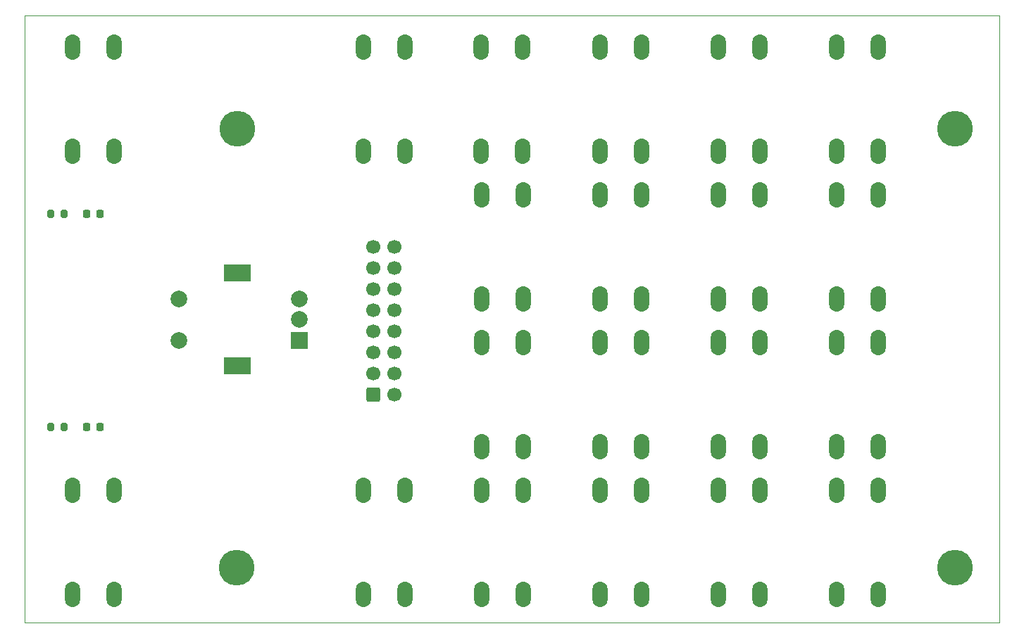
<source format=gbr>
%TF.GenerationSoftware,KiCad,Pcbnew,(6.0.7)*%
%TF.CreationDate,2022-10-17T13:11:33-04:00*%
%TF.ProjectId,FrontPanel,46726f6e-7450-4616-9e65-6c2e6b696361,rev?*%
%TF.SameCoordinates,Original*%
%TF.FileFunction,Soldermask,Top*%
%TF.FilePolarity,Negative*%
%FSLAX46Y46*%
G04 Gerber Fmt 4.6, Leading zero omitted, Abs format (unit mm)*
G04 Created by KiCad (PCBNEW (6.0.7)) date 2022-10-17 13:11:33*
%MOMM*%
%LPD*%
G01*
G04 APERTURE LIST*
G04 Aperture macros list*
%AMRoundRect*
0 Rectangle with rounded corners*
0 $1 Rounding radius*
0 $2 $3 $4 $5 $6 $7 $8 $9 X,Y pos of 4 corners*
0 Add a 4 corners polygon primitive as box body*
4,1,4,$2,$3,$4,$5,$6,$7,$8,$9,$2,$3,0*
0 Add four circle primitives for the rounded corners*
1,1,$1+$1,$2,$3*
1,1,$1+$1,$4,$5*
1,1,$1+$1,$6,$7*
1,1,$1+$1,$8,$9*
0 Add four rect primitives between the rounded corners*
20,1,$1+$1,$2,$3,$4,$5,0*
20,1,$1+$1,$4,$5,$6,$7,0*
20,1,$1+$1,$6,$7,$8,$9,0*
20,1,$1+$1,$8,$9,$2,$3,0*%
G04 Aperture macros list end*
%TA.AperFunction,Profile*%
%ADD10C,0.100000*%
%TD*%
%ADD11O,1.850000X3.048000*%
%ADD12RoundRect,0.200000X0.200000X0.275000X-0.200000X0.275000X-0.200000X-0.275000X0.200000X-0.275000X0*%
%ADD13RoundRect,0.218750X-0.218750X-0.256250X0.218750X-0.256250X0.218750X0.256250X-0.218750X0.256250X0*%
%ADD14C,4.300000*%
%ADD15R,2.000000X2.000000*%
%ADD16C,2.000000*%
%ADD17R,3.200000X2.000000*%
%ADD18RoundRect,0.250000X-0.600000X-0.600000X0.600000X-0.600000X0.600000X0.600000X-0.600000X0.600000X0*%
%ADD19C,1.700000*%
G04 APERTURE END LIST*
D10*
X156870400Y-13335000D02*
X274066000Y-13335000D01*
X274066000Y-13335000D02*
X274066000Y-86360000D01*
X274066000Y-86360000D02*
X156870400Y-86360000D01*
X156870400Y-86360000D02*
X156870400Y-13335000D01*
D11*
%TO.C,SW10*%
X225998400Y-34888000D03*
X225998400Y-47388000D03*
X230998400Y-47388000D03*
X230998400Y-34888000D03*
%TD*%
%TO.C,SW13*%
X240222400Y-17108000D03*
X240222400Y-29608000D03*
X245222400Y-17108000D03*
X245222400Y-29608000D03*
%TD*%
%TO.C,SW7*%
X211774400Y-52668000D03*
X211774400Y-65168000D03*
X216774400Y-52668000D03*
X216774400Y-65168000D03*
%TD*%
%TO.C,SW5*%
X211734400Y-29608000D03*
X211734400Y-17108000D03*
X216734400Y-29608000D03*
X216734400Y-17108000D03*
%TD*%
%TO.C,SW15*%
X240222400Y-52668000D03*
X240222400Y-65168000D03*
X245222400Y-65168000D03*
X245222400Y-52668000D03*
%TD*%
%TO.C,SW17*%
X254446400Y-17108000D03*
X254446400Y-29608000D03*
X259446400Y-17108000D03*
X259446400Y-29608000D03*
%TD*%
%TO.C,SW6*%
X211774400Y-34888000D03*
X211774400Y-47388000D03*
X216774400Y-34888000D03*
X216774400Y-47388000D03*
%TD*%
%TO.C,SW18*%
X254446400Y-34888000D03*
X254446400Y-47388000D03*
X259446400Y-34888000D03*
X259446400Y-47388000D03*
%TD*%
%TO.C,SW20*%
X254446400Y-82948000D03*
X254446400Y-70448000D03*
X259446400Y-82948000D03*
X259446400Y-70448000D03*
%TD*%
%TO.C,SW3*%
X197550400Y-82948000D03*
X197550400Y-70448000D03*
X202550400Y-70448000D03*
X202550400Y-82948000D03*
%TD*%
%TO.C,SW9*%
X225998400Y-17108000D03*
X225998400Y-29608000D03*
X230998400Y-29608000D03*
X230998400Y-17108000D03*
%TD*%
D12*
%TO.C,R1*%
X161632400Y-37211000D03*
X159982400Y-37211000D03*
%TD*%
D11*
%TO.C,SW14*%
X240222400Y-47388000D03*
X240222400Y-34888000D03*
X245222400Y-47388000D03*
X245222400Y-34888000D03*
%TD*%
D13*
%TO.C,Power1*%
X164337900Y-37211000D03*
X165912900Y-37211000D03*
%TD*%
D14*
%TO.C,REF\u002A\u002A*%
X268732000Y-26924000D03*
%TD*%
D13*
%TO.C,Power2*%
X164337900Y-62865000D03*
X165912900Y-62865000D03*
%TD*%
D11*
%TO.C,SW19*%
X254446400Y-52668000D03*
X254446400Y-65168000D03*
X259446400Y-65168000D03*
X259446400Y-52668000D03*
%TD*%
%TO.C,SW8*%
X211774400Y-70448000D03*
X211774400Y-82948000D03*
X216774400Y-70448000D03*
X216774400Y-82948000D03*
%TD*%
D14*
%TO.C,REF\u002A\u002A*%
X182372000Y-79756000D03*
%TD*%
D11*
%TO.C,SW16*%
X240222400Y-82948000D03*
X240222400Y-70448000D03*
X245222400Y-82948000D03*
X245222400Y-70448000D03*
%TD*%
D15*
%TO.C,RotaryEncoder+Switch1*%
X189890400Y-52411000D03*
D16*
X189890400Y-47411000D03*
X189890400Y-49911000D03*
D17*
X182390400Y-55511000D03*
X182390400Y-44311000D03*
D16*
X175390400Y-47411000D03*
X175390400Y-52411000D03*
%TD*%
D11*
%TO.C,SW1*%
X162625400Y-17108000D03*
X162625400Y-29608000D03*
X167625400Y-29608000D03*
X167625400Y-17108000D03*
%TD*%
%TO.C,SW2*%
X197550400Y-29608000D03*
X197550400Y-17108000D03*
X202550400Y-29608000D03*
X202550400Y-17108000D03*
%TD*%
D14*
%TO.C,REF\u002A\u002A*%
X182422800Y-26974800D03*
%TD*%
D11*
%TO.C,SW12*%
X225998400Y-70448000D03*
X225998400Y-82948000D03*
X230998400Y-82948000D03*
X230998400Y-70448000D03*
%TD*%
D14*
%TO.C,REF\u002A\u002A*%
X268732000Y-79756000D03*
%TD*%
D11*
%TO.C,SW11*%
X225998400Y-65168000D03*
X225998400Y-52668000D03*
X230998400Y-65168000D03*
X230998400Y-52668000D03*
%TD*%
D12*
%TO.C,R2*%
X161632400Y-62865000D03*
X159982400Y-62865000D03*
%TD*%
D11*
%TO.C,SW4*%
X162625400Y-82948000D03*
X162625400Y-70448000D03*
X167625400Y-70448000D03*
X167625400Y-82948000D03*
%TD*%
D18*
%TO.C,Front_Panel2*%
X198789900Y-58928000D03*
D19*
X201329900Y-58928000D03*
X198789900Y-56388000D03*
X201329900Y-56388000D03*
X198789900Y-53848000D03*
X201329900Y-53848000D03*
X198789900Y-51308000D03*
X201329900Y-51308000D03*
X198789900Y-48768000D03*
X201329900Y-48768000D03*
X198789900Y-46228000D03*
X201329900Y-46228000D03*
X198789900Y-43688000D03*
X201329900Y-43688000D03*
X198789900Y-41148000D03*
X201329900Y-41148000D03*
%TD*%
M02*

</source>
